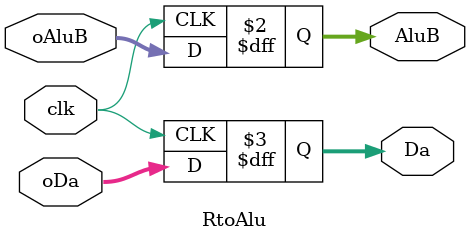
<source format=sv>
module RtoAlu(AluB, Da, oAluB, oDa, clk);
	output logic [63:0] AluB, Da;
	input logic clk;
	input logic [63:0] oAluB, oDa;
	
	always_ff @(posedge clk) begin
		AluB <= oAluB;
		Da <= oDa;
	end
endmodule 
</source>
